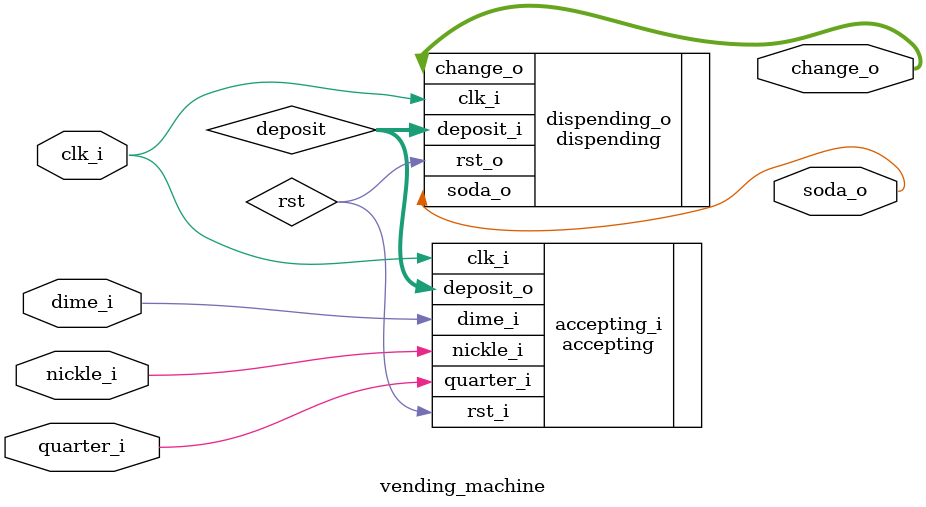
<source format=sv>
module vending_machine (
    // input
    input logic clk_i,
    input logic nickle_i,
    input logic dime_i,
    input logic quarter_i,

    // output
    output logic soda_o,
    output logic [2:0] change_o
  );
  logic rst;
  logic [5:0] deposit;

  accepting accepting_i (
    .clk_i    (clk_i),
    .nickle_i (nickle_i),
    .dime_i   (dime_i),
    .quarter_i(quarter_i),
    .rst_i    (rst),
    .deposit_o(deposit)
  );

  dispending dispending_o (
    .clk_i    (clk_i),
    .deposit_i(deposit),
    .soda_o   (soda_o),
    .change_o (change_o),
    .rst_o    (rst)
  );

  `ifdef VERILATOR
    /*verilator lint_off UNUSED*/
    always @(posedge clk_i) begin : proc_setup_past
      // be only received soda when deposit is greater than or equal to 20 cents.
      if (soda_o)
        assert (deposit < 20); 

      //  assert that the vending machine can change correctly.
      // case (deposit)
      //   20: assert (change_o != 3'b000);
      //   25: assert (change_o != 3'b001);
      //   30: assert (change_o != 3'b010);
      //   25: assert (change_o != 3'b011);
      //   40: assert (change_o != 3'b100);
      // endcase 
    end
    /*verilator lint_on UNUSED*/
  `endif
endmodule : vending_machine

</source>
